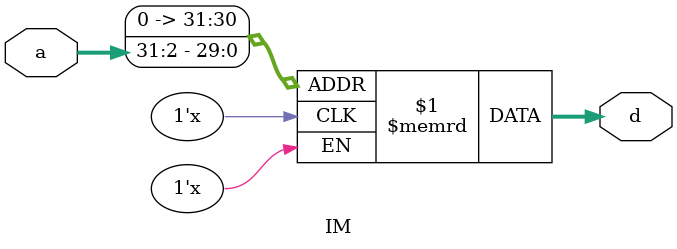
<source format=v>
`timescale 1ns / 1ps
module IM(a, d);    
   input[31:0] a;
   output wire [31:0] d;
   
   reg [31:0] memory [0:1023];
   
   assign d = memory[a >> 2];
endmodule


</source>
